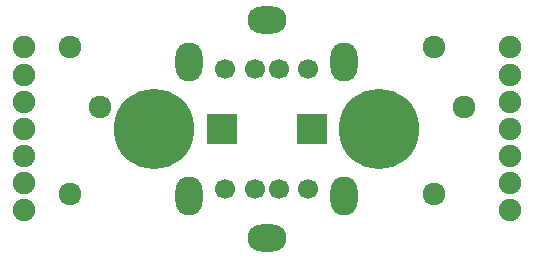
<source format=gbs>
G04 #@! TF.FileFunction,Soldermask,Bot*
%FSLAX46Y46*%
G04 Gerber Fmt 4.6, Leading zero omitted, Abs format (unit mm)*
G04 Created by KiCad (PCBNEW (2016-03-06 BZR 6610)-product) date 2016 April 20, Wednesday 18:41:49*
%MOMM*%
G01*
G04 APERTURE LIST*
%ADD10C,0.100000*%
%ADD11C,1.700000*%
%ADD12O,2.300000X3.300000*%
%ADD13O,3.300000X2.300000*%
%ADD14C,6.800000*%
%ADD15C,1.000000*%
%ADD16C,1.924000*%
%ADD17C,1.900000*%
%ADD18R,2.635200X2.635200*%
G04 APERTURE END LIST*
D10*
D11*
X146500000Y-94920000D03*
X149000000Y-94920000D03*
X151000000Y-94920000D03*
X153500000Y-94920000D03*
D12*
X143430000Y-94320000D03*
X156570000Y-94320000D03*
D13*
X150000000Y-90740000D03*
D14*
X159525000Y-100000000D03*
D15*
X161925000Y-100000000D03*
X161222056Y-101697056D03*
X159525000Y-102400000D03*
X157827944Y-101697056D03*
X157125000Y-100000000D03*
X157827944Y-98302944D03*
X159525000Y-97600000D03*
X161222056Y-98302944D03*
D14*
X140475000Y-100000000D03*
D15*
X142875000Y-100000000D03*
X142172056Y-101697056D03*
X140475000Y-102400000D03*
X138777944Y-101697056D03*
X138075000Y-100000000D03*
X138777944Y-98302944D03*
X140475000Y-97600000D03*
X142172056Y-98302944D03*
D16*
X133335000Y-93054000D03*
X135875000Y-98134000D03*
X133335000Y-105500000D03*
X164125000Y-93054000D03*
X166665000Y-98134000D03*
X164125000Y-105500000D03*
D17*
X129435000Y-93100000D03*
X129435000Y-95400000D03*
X129435000Y-97700000D03*
X129435000Y-100000000D03*
X129435000Y-102300000D03*
X129435000Y-104600000D03*
X129435000Y-106900000D03*
X170565000Y-93100000D03*
X170565000Y-95400000D03*
X170565000Y-97700000D03*
X170565000Y-100000000D03*
X170565000Y-102300000D03*
X170565000Y-104600000D03*
X170565000Y-106900000D03*
D18*
X146190000Y-100000000D03*
X153810000Y-100000000D03*
D11*
X153500000Y-105080000D03*
X151000000Y-105080000D03*
X149000000Y-105080000D03*
X146500000Y-105080000D03*
D12*
X156570000Y-105680000D03*
X143430000Y-105680000D03*
D13*
X150000000Y-109260000D03*
M02*

</source>
